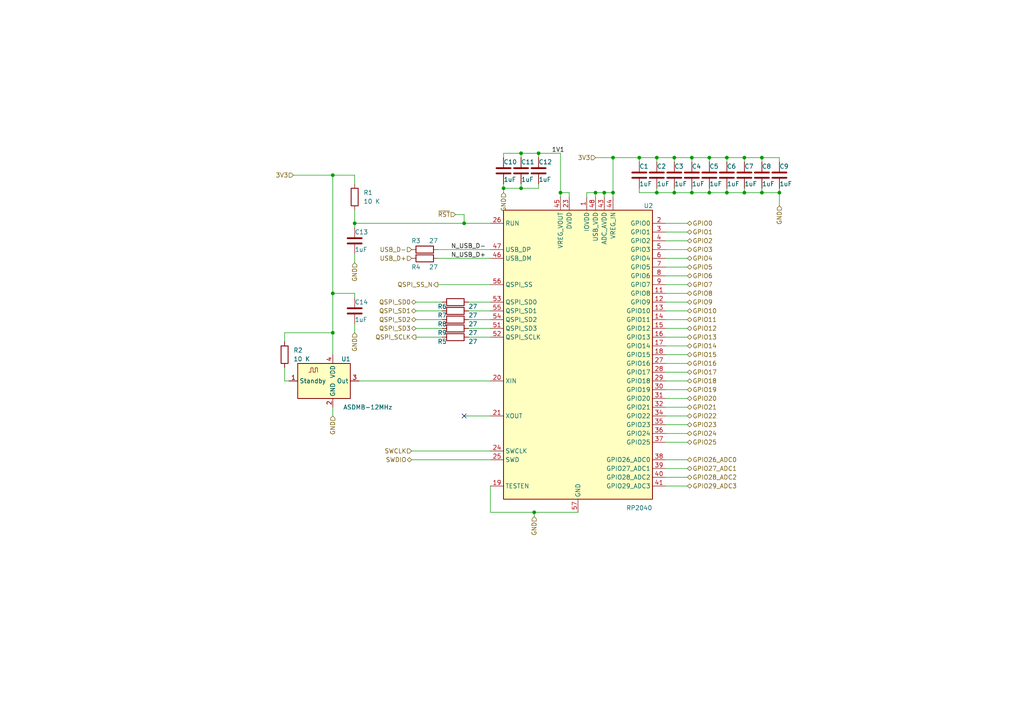
<source format=kicad_sch>
(kicad_sch (version 20230121) (generator eeschema)
  (paper "A4")
  (lib_symbols
    (symbol "Device:C" (pin_numbers hide) (pin_names (offset 0.254))
      (property "Reference" "C" (at 0.635 2.54 0))
      (property "Value" "C" (at 0.635 -2.54 0))
      (symbol "C_0_1"
        (polyline (pts (xy -2.032 -0.762) (xy 2.032 -0.762)) (stroke (width 0.508)))
        (polyline (pts (xy -2.032 0.762) (xy 2.032 0.762)) (stroke (width 0.508)))
      )
      (symbol "C_1_1"
        (pin passive line (at 0 3.81 270) (length 2.794) (name "~") (number "1"))
        (pin passive line (at 0 -3.81 90) (length 2.794) (name "~") (number "2"))
      )
    )
    (symbol "Device:R" (pin_numbers hide) (pin_names (offset 0))
      (property "Reference" "R" (at 2.032 0 90))
      (property "Value" "R" (at 0 0 90))
      (symbol "R_0_1"
        (rectangle (start -1.016 -2.54) (end 1.016 2.54) (stroke (width 0.254)))
      )
      (symbol "R_1_1"
        (pin passive line (at 0 3.81 270) (length 1.27) (name "~") (number "1"))
        (pin passive line (at 0 -3.81 90) (length 1.27) (name "~") (number "2"))
      )
    )
    (symbol "MCU_RaspberryPi:RP2040"
      (property "Reference" "U" (at 17.78 45.72 0))
      (property "Value" "RP2040" (at 17.78 43.18 0))
      (symbol "RP2040_0_1"
        (rectangle (start -21.59 41.91) (end 21.59 -41.91) (stroke (width 0.254)) (fill (type background)))
      )
      (symbol "RP2040_1_1"
        (pin power_in line (at 2.54 45.72 270) (length 3.81) (name "IOVDD") (number "1"))
        (pin passive line (at 2.54 45.72 270) (length 3.81) hide (name "IOVDD") (number "10"))
        (pin bidirectional line (at 25.4 17.78 180) (length 3.81) (name "GPIO8") (number "11"))
        (pin bidirectional line (at 25.4 15.24 180) (length 3.81) (name "GPIO9") (number "12"))
        (pin bidirectional line (at 25.4 12.7 180) (length 3.81) (name "GPIO10") (number "13"))
        (pin bidirectional line (at 25.4 10.16 180) (length 3.81) (name "GPIO11") (number "14"))
        (pin bidirectional line (at 25.4 7.62 180) (length 3.81) (name "GPIO12") (number "15"))
        (pin bidirectional line (at 25.4 5.08 180) (length 3.81) (name "GPIO13") (number "16"))
        (pin bidirectional line (at 25.4 2.54 180) (length 3.81) (name "GPIO14") (number "17"))
        (pin bidirectional line (at 25.4 0 180) (length 3.81) (name "GPIO15") (number "18"))
        (pin input line (at -25.4 -38.1 0) (length 3.81) (name "TESTEN") (number "19"))
        (pin bidirectional line (at 25.4 38.1 180) (length 3.81) (name "GPIO0") (number "2"))
        (pin input line (at -25.4 -7.62 0) (length 3.81) (name "XIN") (number "20"))
        (pin passive line (at -25.4 -17.78 0) (length 3.81) (name "XOUT") (number "21"))
        (pin passive line (at 2.54 45.72 270) (length 3.81) hide (name "IOVDD") (number "22"))
        (pin power_in line (at -2.54 45.72 270) (length 3.81) (name "DVDD") (number "23"))
        (pin input line (at -25.4 -27.94 0) (length 3.81) (name "SWCLK") (number "24"))
        (pin bidirectional line (at -25.4 -30.48 0) (length 3.81) (name "SWD") (number "25"))
        (pin input line (at -25.4 38.1 0) (length 3.81) (name "RUN") (number "26"))
        (pin bidirectional line (at 25.4 -2.54 180) (length 3.81) (name "GPIO16") (number "27"))
        (pin bidirectional line (at 25.4 -5.08 180) (length 3.81) (name "GPIO17") (number "28"))
        (pin bidirectional line (at 25.4 -7.62 180) (length 3.81) (name "GPIO18") (number "29"))
        (pin bidirectional line (at 25.4 35.56 180) (length 3.81) (name "GPIO1") (number "3"))
        (pin bidirectional line (at 25.4 -10.16 180) (length 3.81) (name "GPIO19") (number "30"))
        (pin bidirectional line (at 25.4 -12.7 180) (length 3.81) (name "GPIO20") (number "31"))
        (pin bidirectional line (at 25.4 -15.24 180) (length 3.81) (name "GPIO21") (number "32"))
        (pin passive line (at 2.54 45.72 270) (length 3.81) hide (name "IOVDD") (number "33"))
        (pin bidirectional line (at 25.4 -17.78 180) (length 3.81) (name "GPIO22") (number "34"))
        (pin bidirectional line (at 25.4 -20.32 180) (length 3.81) (name "GPIO23") (number "35"))
        (pin bidirectional line (at 25.4 -22.86 180) (length 3.81) (name "GPIO24") (number "36"))
        (pin bidirectional line (at 25.4 -25.4 180) (length 3.81) (name "GPIO25") (number "37"))
        (pin bidirectional line (at 25.4 -30.48 180) (length 3.81) (name "GPIO26_ADC0") (number "38"))
        (pin bidirectional line (at 25.4 -33.02 180) (length 3.81) (name "GPIO27_ADC1") (number "39"))
        (pin bidirectional line (at 25.4 33.02 180) (length 3.81) (name "GPIO2") (number "4"))
        (pin bidirectional line (at 25.4 -35.56 180) (length 3.81) (name "GPIO28_ADC2") (number "40"))
        (pin bidirectional line (at 25.4 -38.1 180) (length 3.81) (name "GPIO29_ADC3") (number "41"))
        (pin passive line (at 2.54 45.72 270) (length 3.81) hide (name "IOVDD") (number "42"))
        (pin power_in line (at 7.62 45.72 270) (length 3.81) (name "ADC_AVDD") (number "43"))
        (pin power_in line (at 10.16 45.72 270) (length 3.81) (name "VREG_IN") (number "44"))
        (pin power_out line (at -5.08 45.72 270) (length 3.81) (name "VREG_VOUT") (number "45"))
        (pin bidirectional line (at -25.4 27.94 0) (length 3.81) (name "USB_DM") (number "46"))
        (pin bidirectional line (at -25.4 30.48 0) (length 3.81) (name "USB_DP") (number "47"))
        (pin power_in line (at 5.08 45.72 270) (length 3.81) (name "USB_VDD") (number "48"))
        (pin passive line (at 2.54 45.72 270) (length 3.81) hide (name "IOVDD") (number "49"))
        (pin bidirectional line (at 25.4 30.48 180) (length 3.81) (name "GPIO3") (number "5"))
        (pin passive line (at -2.54 45.72 270) (length 3.81) hide (name "DVDD") (number "50"))
        (pin bidirectional line (at -25.4 7.62 0) (length 3.81) (name "QSPI_SD3") (number "51"))
        (pin output line (at -25.4 5.08 0) (length 3.81) (name "QSPI_SCLK") (number "52"))
        (pin bidirectional line (at -25.4 15.24 0) (length 3.81) (name "QSPI_SD0") (number "53"))
        (pin bidirectional line (at -25.4 10.16 0) (length 3.81) (name "QSPI_SD2") (number "54"))
        (pin bidirectional line (at -25.4 12.7 0) (length 3.81) (name "QSPI_SD1") (number "55"))
        (pin bidirectional line (at -25.4 20.32 0) (length 3.81) (name "QSPI_SS") (number "56"))
        (pin power_in line (at 0 -45.72 90) (length 3.81) (name "GND") (number "57"))
        (pin bidirectional line (at 25.4 27.94 180) (length 3.81) (name "GPIO4") (number "6"))
        (pin bidirectional line (at 25.4 25.4 180) (length 3.81) (name "GPIO5") (number "7"))
        (pin bidirectional line (at 25.4 22.86 180) (length 3.81) (name "GPIO6") (number "8"))
        (pin bidirectional line (at 25.4 20.32 180) (length 3.81) (name "GPIO7") (number "9"))
      )
    )
    (symbol "Oscillator:ASDMB-xxxMHz"
      (property "Reference" "U" (at -6.35 6.35 0))
      (property "Value" "ASDMB-xxxMHz" (at 11.43 6.35 0))
      (symbol "ASDMB-xxxMHz_1_1"
        (rectangle (start -7.62 5.08) (end 7.62 -5.08) (stroke (width 0.254)) (fill (type background)))
        (polyline (pts (xy -4.445 2.54) (xy -3.81 2.54) (xy -3.81 3.81) (xy -3.175 3.81) (xy -3.175 2.54) (xy -2.54 2.54) (xy -2.54 3.81) (xy -1.905 3.81) (xy -1.905 2.54)))
        (pin input line (at -10.16 0 0) (length 2.54) (name "Standby") (number "1"))
        (pin power_in line (at 2.54 -7.62 90) (length 2.54) (name "GND") (number "2"))
        (pin output line (at 10.16 0 180) (length 2.54) (name "Out") (number "3"))
        (pin power_in line (at 2.54 7.62 270) (length 2.54) (name "VDD") (number "4"))
      )
    )
  )
  (junction (at 215.9 45.72))
  (junction (at 195.58 55.88))
  (junction (at 162.56 55.88))
  (junction (at 210.82 45.72))
  (junction (at 205.74 45.72))
  (junction (at 156.21 44.45))
  (junction (at 185.42 45.72))
  (junction (at 151.13 54.61))
  (junction (at 210.82 55.88))
  (junction (at 172.72 55.88))
  (junction (at 205.74 55.88))
  (junction (at 154.94 148.59))
  (junction (at 195.58 45.72))
  (junction (at 200.66 45.72))
  (junction (at 177.8 55.88))
  (junction (at 151.13 44.45))
  (junction (at 226.06 55.88))
  (junction (at 96.52 50.8))
  (junction (at 175.26 55.88))
  (junction (at 220.98 55.88))
  (junction (at 96.52 96.52))
  (junction (at 134.62 64.77))
  (junction (at 215.9 55.88))
  (junction (at 190.5 55.88))
  (junction (at 220.98 45.72))
  (junction (at 200.66 55.88))
  (junction (at 102.87 64.77))
  (junction (at 96.52 85.09))
  (junction (at 146.05 54.61))
  (junction (at 177.8 45.72))
  (junction (at 190.5 45.72))
  (no_connect (at 134.62 120.65))
  (wire (pts (xy 175.26 55.88) (xy 172.72 55.88)))
  (wire (pts (xy 119.38 133.35) (xy 142.24 133.35)))
  (wire (pts (xy 146.05 54.61) (xy 151.13 54.61)))
  (wire (pts (xy 162.56 55.88) (xy 162.56 44.45)))
  (wire (pts (xy 190.5 45.72) (xy 190.5 46.99)))
  (wire (pts (xy 120.65 95.25) (xy 128.27 95.25)))
  (wire (pts (xy 193.04 123.19) (xy 199.39 123.19)))
  (wire (pts (xy 135.89 97.79) (xy 142.24 97.79)))
  (wire (pts (xy 96.52 118.11) (xy 96.52 120.65)))
  (wire (pts (xy 185.42 55.88) (xy 185.42 54.61)))
  (wire (pts (xy 151.13 54.61) (xy 151.13 53.34)))
  (wire (pts (xy 205.74 55.88) (xy 210.82 55.88)))
  (wire (pts (xy 193.04 113.03) (xy 199.39 113.03)))
  (wire (pts (xy 154.94 148.59) (xy 154.94 149.86)))
  (wire (pts (xy 193.04 82.55) (xy 199.39 82.55)))
  (wire (pts (xy 193.04 77.47) (xy 199.39 77.47)))
  (wire (pts (xy 205.74 55.88) (xy 205.74 54.61)))
  (wire (pts (xy 185.42 45.72) (xy 190.5 45.72)))
  (wire (pts (xy 210.82 55.88) (xy 210.82 54.61)))
  (wire (pts (xy 193.04 125.73) (xy 199.39 125.73)))
  (wire (pts (xy 190.5 55.88) (xy 190.5 54.61)))
  (wire (pts (xy 193.04 118.11) (xy 199.39 118.11)))
  (wire (pts (xy 120.65 97.79) (xy 128.27 97.79)))
  (wire (pts (xy 120.65 90.17) (xy 128.27 90.17)))
  (wire (pts (xy 215.9 55.88) (xy 220.98 55.88)))
  (wire (pts (xy 172.72 45.72) (xy 177.8 45.72)))
  (wire (pts (xy 102.87 73.66) (xy 102.87 76.2)))
  (wire (pts (xy 193.04 80.01) (xy 199.39 80.01)))
  (wire (pts (xy 200.66 55.88) (xy 200.66 54.61)))
  (wire (pts (xy 82.55 110.49) (xy 83.82 110.49)))
  (wire (pts (xy 193.04 92.71) (xy 199.39 92.71)))
  (wire (pts (xy 132.08 62.23) (xy 134.62 62.23)))
  (wire (pts (xy 215.9 45.72) (xy 215.9 46.99)))
  (wire (pts (xy 142.24 148.59) (xy 142.24 140.97)))
  (wire (pts (xy 200.66 45.72) (xy 200.66 46.99)))
  (wire (pts (xy 193.04 120.65) (xy 199.39 120.65)))
  (wire (pts (xy 127 74.93) (xy 142.24 74.93)))
  (wire (pts (xy 193.04 72.39) (xy 199.39 72.39)))
  (wire (pts (xy 193.04 100.33) (xy 199.39 100.33)))
  (wire (pts (xy 135.89 87.63) (xy 142.24 87.63)))
  (wire (pts (xy 102.87 50.8) (xy 102.87 53.34)))
  (wire (pts (xy 82.55 96.52) (xy 96.52 96.52)))
  (wire (pts (xy 134.62 62.23) (xy 134.62 64.77)))
  (wire (pts (xy 193.04 110.49) (xy 199.39 110.49)))
  (wire (pts (xy 127 82.55) (xy 142.24 82.55)))
  (wire (pts (xy 175.26 55.88) (xy 177.8 55.88)))
  (wire (pts (xy 205.74 45.72) (xy 205.74 46.99)))
  (wire (pts (xy 215.9 45.72) (xy 220.98 45.72)))
  (wire (pts (xy 82.55 99.06) (xy 82.55 96.52)))
  (wire (pts (xy 146.05 54.61) (xy 146.05 53.34)))
  (wire (pts (xy 220.98 45.72) (xy 220.98 46.99)))
  (wire (pts (xy 102.87 64.77) (xy 102.87 66.04)))
  (wire (pts (xy 193.04 140.97) (xy 199.39 140.97)))
  (wire (pts (xy 96.52 50.8) (xy 96.52 85.09)))
  (wire (pts (xy 220.98 45.72) (xy 226.06 45.72)))
  (wire (pts (xy 151.13 44.45) (xy 151.13 45.72)))
  (wire (pts (xy 135.89 95.25) (xy 142.24 95.25)))
  (wire (pts (xy 146.05 54.61) (xy 146.05 55.88)))
  (wire (pts (xy 177.8 57.15) (xy 177.8 55.88)))
  (wire (pts (xy 96.52 50.8) (xy 102.87 50.8)))
  (wire (pts (xy 172.72 55.88) (xy 170.18 55.88)))
  (wire (pts (xy 193.04 128.27) (xy 199.39 128.27)))
  (wire (pts (xy 119.38 130.81) (xy 142.24 130.81)))
  (wire (pts (xy 195.58 55.88) (xy 195.58 54.61)))
  (wire (pts (xy 185.42 55.88) (xy 190.5 55.88)))
  (wire (pts (xy 82.55 106.68) (xy 82.55 110.49)))
  (wire (pts (xy 96.52 85.09) (xy 102.87 85.09)))
  (wire (pts (xy 193.04 64.77) (xy 199.39 64.77)))
  (wire (pts (xy 226.06 55.88) (xy 226.06 59.69)))
  (wire (pts (xy 170.18 55.88) (xy 170.18 57.15)))
  (wire (pts (xy 172.72 55.88) (xy 172.72 57.15)))
  (wire (pts (xy 151.13 44.45) (xy 156.21 44.45)))
  (wire (pts (xy 193.04 105.41) (xy 199.39 105.41)))
  (wire (pts (xy 193.04 107.95) (xy 199.39 107.95)))
  (wire (pts (xy 193.04 87.63) (xy 199.39 87.63)))
  (wire (pts (xy 175.26 55.88) (xy 175.26 57.15)))
  (wire (pts (xy 193.04 135.89) (xy 199.39 135.89)))
  (wire (pts (xy 156.21 54.61) (xy 156.21 53.34)))
  (wire (pts (xy 215.9 55.88) (xy 215.9 54.61)))
  (wire (pts (xy 162.56 55.88) (xy 162.56 57.15)))
  (wire (pts (xy 210.82 45.72) (xy 210.82 46.99)))
  (wire (pts (xy 226.06 45.72) (xy 226.06 46.99)))
  (wire (pts (xy 154.94 148.59) (xy 167.64 148.59)))
  (wire (pts (xy 146.05 44.45) (xy 146.05 45.72)))
  (wire (pts (xy 220.98 55.88) (xy 226.06 55.88)))
  (wire (pts (xy 193.04 97.79) (xy 199.39 97.79)))
  (wire (pts (xy 104.14 110.49) (xy 142.24 110.49)))
  (wire (pts (xy 177.8 45.72) (xy 177.8 55.88)))
  (wire (pts (xy 96.52 96.52) (xy 96.52 102.87)))
  (wire (pts (xy 210.82 55.88) (xy 215.9 55.88)))
  (wire (pts (xy 193.04 69.85) (xy 199.39 69.85)))
  (wire (pts (xy 135.89 90.17) (xy 142.24 90.17)))
  (wire (pts (xy 190.5 45.72) (xy 195.58 45.72)))
  (wire (pts (xy 134.62 120.65) (xy 142.24 120.65)))
  (wire (pts (xy 193.04 115.57) (xy 199.39 115.57)))
  (wire (pts (xy 134.62 64.77) (xy 142.24 64.77)))
  (wire (pts (xy 127 72.39) (xy 142.24 72.39)))
  (wire (pts (xy 85.09 50.8) (xy 96.52 50.8)))
  (wire (pts (xy 120.65 87.63) (xy 128.27 87.63)))
  (wire (pts (xy 195.58 45.72) (xy 195.58 46.99)))
  (wire (pts (xy 190.5 55.88) (xy 195.58 55.88)))
  (wire (pts (xy 146.05 44.45) (xy 151.13 44.45)))
  (wire (pts (xy 177.8 45.72) (xy 185.42 45.72)))
  (wire (pts (xy 135.89 92.71) (xy 142.24 92.71)))
  (wire (pts (xy 193.04 102.87) (xy 199.39 102.87)))
  (wire (pts (xy 185.42 45.72) (xy 185.42 46.99)))
  (wire (pts (xy 102.87 93.98) (xy 102.87 96.52)))
  (wire (pts (xy 156.21 44.45) (xy 156.21 45.72)))
  (wire (pts (xy 156.21 44.45) (xy 162.56 44.45)))
  (wire (pts (xy 96.52 85.09) (xy 96.52 96.52)))
  (wire (pts (xy 193.04 67.31) (xy 199.39 67.31)))
  (wire (pts (xy 193.04 133.35) (xy 199.39 133.35)))
  (wire (pts (xy 162.56 55.88) (xy 165.1 55.88)))
  (wire (pts (xy 200.66 45.72) (xy 205.74 45.72)))
  (wire (pts (xy 165.1 55.88) (xy 165.1 57.15)))
  (wire (pts (xy 195.58 55.88) (xy 200.66 55.88)))
  (wire (pts (xy 120.65 92.71) (xy 128.27 92.71)))
  (wire (pts (xy 193.04 138.43) (xy 199.39 138.43)))
  (wire (pts (xy 193.04 95.25) (xy 199.39 95.25)))
  (wire (pts (xy 210.82 45.72) (xy 215.9 45.72)))
  (wire (pts (xy 195.58 45.72) (xy 200.66 45.72)))
  (wire (pts (xy 193.04 85.09) (xy 199.39 85.09)))
  (wire (pts (xy 200.66 55.88) (xy 205.74 55.88)))
  (wire (pts (xy 205.74 45.72) (xy 210.82 45.72)))
  (wire (pts (xy 226.06 55.88) (xy 226.06 54.61)))
  (wire (pts (xy 220.98 55.88) (xy 220.98 54.61)))
  (wire (pts (xy 142.24 148.59) (xy 154.94 148.59)))
  (wire (pts (xy 193.04 74.93) (xy 199.39 74.93)))
  (wire (pts (xy 102.87 64.77) (xy 134.62 64.77)))
  (wire (pts (xy 102.87 85.09) (xy 102.87 86.36)))
  (wire (pts (xy 151.13 54.61) (xy 156.21 54.61)))
  (wire (pts (xy 193.04 90.17) (xy 199.39 90.17)))
  (wire (pts (xy 102.87 60.96) (xy 102.87 64.77)))
  (label "1V1" (at 160.02 44.45 0))
  (label "N_USB_D+" (at 130.81 74.93 0))
  (label "N_USB_D-" (at 130.81 72.39 0))
  (hierarchical_label "USB_D-" (shape input) (at 119.38 72.39 180))
  (hierarchical_label "GPIO9" (shape tri_state) (at 199.39 87.63 0))
  (hierarchical_label "GPIO14" (shape bidirectional) (at 199.39 100.33 0))
  (hierarchical_label "GPIO8" (shape tri_state) (at 199.39 85.09 0))
  (hierarchical_label "USB_D+" (shape input) (at 119.38 74.93 180))
  (hierarchical_label "QSPI_SD2" (shape bidirectional) (at 120.65 92.71 180))
  (hierarchical_label "GPIO5" (shape tri_state) (at 199.39 77.47 0))
  (hierarchical_label "GPIO29_ADC3" (shape bidirectional) (at 199.39 140.97 0))
  (hierarchical_label "GPIO21" (shape bidirectional) (at 199.39 118.11 0))
  (hierarchical_label "GPIO23" (shape bidirectional) (at 199.39 123.19 0))
  (hierarchical_label "GPIO4" (shape tri_state) (at 199.39 74.93 0))
  (hierarchical_label "GPIO22" (shape bidirectional) (at 199.39 120.65 0))
  (hierarchical_label "GPIO16" (shape bidirectional) (at 199.39 105.41 0))
  (hierarchical_label "GPIO10" (shape bidirectional) (at 199.39 90.17 0))
  (hierarchical_label "GPIO7" (shape tri_state) (at 199.39 82.55 0))
  (hierarchical_label "3V3" (shape input) (at 85.09 50.8 180))
  (hierarchical_label "GPIO26_ADC0" (shape bidirectional) (at 199.39 133.35 0))
  (hierarchical_label "GPIO0" (shape tri_state) (at 199.39 64.77 0))
  (hierarchical_label "3V3" (shape input) (at 172.72 45.72 180))
  (hierarchical_label "GPIO13" (shape bidirectional) (at 199.39 97.79 0))
  (hierarchical_label "GPIO2" (shape tri_state) (at 199.39 69.85 0))
  (hierarchical_label "GND" (shape input) (at 226.06 59.69 270))
  (hierarchical_label "GPIO15" (shape bidirectional) (at 199.39 102.87 0))
  (hierarchical_label "GPIO12" (shape bidirectional) (at 199.39 95.25 0))
  (hierarchical_label "GPIO27_ADC1" (shape bidirectional) (at 199.39 135.89 0))
  (hierarchical_label "GPIO20" (shape bidirectional) (at 199.39 115.57 0))
  (hierarchical_label "~{RST}" (shape input) (at 132.08 62.23 180))
  (hierarchical_label "QSPI_SD3" (shape bidirectional) (at 120.65 95.25 180))
  (hierarchical_label "GPIO3" (shape tri_state) (at 199.39 72.39 0))
  (hierarchical_label "GPIO28_ADC2" (shape bidirectional) (at 199.39 138.43 0))
  (hierarchical_label "SWCLK" (shape input) (at 119.38 130.81 180))
  (hierarchical_label "GPIO11" (shape bidirectional) (at 199.39 92.71 0))
  (hierarchical_label "GND" (shape input) (at 154.94 149.86 270))
  (hierarchical_label "GND" (shape input) (at 102.87 76.2 270))
  (hierarchical_label "GPIO18" (shape bidirectional) (at 199.39 110.49 0))
  (hierarchical_label "QSPI_SS_N" (shape output) (at 127 82.55 180))
  (hierarchical_label "GND" (shape input) (at 146.05 55.88 270))
  (hierarchical_label "GND" (shape input) (at 96.52 120.65 270))
  (hierarchical_label "SWDIO" (shape bidirectional) (at 119.38 133.35 180))
  (hierarchical_label "GND" (shape input) (at 102.87 96.52 270))
  (hierarchical_label "QSPI_SCLK" (shape output) (at 120.65 97.79 180))
  (hierarchical_label "GPIO6" (shape tri_state) (at 199.39 80.01 0))
  (hierarchical_label "GPIO24" (shape bidirectional) (at 199.39 125.73 0))
  (hierarchical_label "GPIO19" (shape bidirectional) (at 199.39 113.03 0))
  (hierarchical_label "QSPI_SD0" (shape bidirectional) (at 120.65 87.63 180))
  (hierarchical_label "QSPI_SD1" (shape bidirectional) (at 120.65 90.17 180))
  (hierarchical_label "GPIO1" (shape tri_state) (at 199.39 67.31 0))
  (hierarchical_label "GPIO25" (shape bidirectional) (at 199.39 128.27 0))
  (hierarchical_label "GPIO17" (shape bidirectional) (at 199.39 107.95 0))
  (symbol (lib_id "Device:C") (at 215.9 50.8 0) (unit 1)
    (property "Reference" "C7" (at 215.9 48.26 0) (effects (justify left)))
    (property "Value" "1uF" (at 215.9 53.34 0) (effects (justify left)))
    (property "Footprint" "Capacitor_THT:CP_Radial_D5.0mm_P2.00mm" (effects hide))
    (instances (project "RealP2040" (path "" (reference "C7") (unit 1))) (project "ROSE-PILK_v1" (path "" (reference "C17") (unit 1)) (path "" (reference "C31") (unit 1))) (project "RP2040" (path "" (reference "C7") (unit 1))))
  )
  (symbol (lib_id "Device:C") (at 190.5 50.8 0) (unit 1)
    (property "Reference" "C2" (at 190.5 48.26 0) (effects (justify left)))
    (property "Value" "1uF" (at 190.5 53.34 0) (effects (justify left)))
    (property "Footprint" "Capacitor_THT:CP_Radial_D5.0mm_P2.00mm" (effects hide))
    (instances (project "RealP2040" (path "" (reference "C2") (unit 1))) (project "ROSE-PILK_v1" (path "" (reference "C12") (unit 1)) (path "" (reference "C26") (unit 1))) (project "RP2040" (path "" (reference "C2") (unit 1))))
  )
  (symbol (lib_id "Device:R") (at 123.19 72.39 90) (unit 1)
    (property "Reference" "R3" (at 120.65 69.85 90))
    (property "Value" "27" (at 125.73 69.85 90))
    (property "Footprint" "Resistor_THT:R_Axial_DIN0207_L6.3mm_D2.5mm_P10.16mm_Horizontal" (effects hide))
    (instances (project "RealP2040" (path "" (reference "R3") (unit 1))) (project "ROSE-PILK_v1" (path "" (reference "R6") (unit 1)) (path "" (reference "R36") (unit 1))) (project "RP2040" (path "" (reference "R3") (unit 1))))
  )
  (symbol (lib_id "MCU_RaspberryPi:RP2040") (at 167.64 102.87 0) (unit 1)
    (property "Reference" "U2" (at 186.69 59.69 0) (effects (justify left)))
    (property "Value" "RP2040" (at 181.61 147.32 0) (effects (justify left)))
    (property "Footprint" "Package_DFN_QFN:QFN-56-1EP_7x7mm_P0.4mm_EP3.2x3.2mm" (effects hide))
    (property "Datasheet" "https://datasheets.raspberrypi.com/rp2040/rp2040-datasheet.pdf" (effects hide))
    (instances (project "RealP2040" (path "" (reference "U2") (unit 1))) (project "ROSE-PILK_v1" (path "" (reference "U3") (unit 1)) (path "" (reference "U9") (unit 1))) (project "RP2040" (path "" (reference "U2") (unit 1))))
  )
  (symbol (lib_id "Device:R") (at 102.87 57.15 0) (unit 1)
    (property "Reference" "R1" (at 105.41 55.88 0) (effects (justify left)))
    (property "Value" "10 K" (at 105.41 58.42 0) (effects (justify left)))
    (property "Footprint" "Resistor_THT:R_Axial_DIN0207_L6.3mm_D2.5mm_P10.16mm_Horizontal" (effects hide))
    (instances (project "RealP2040" (path "" (reference "R1") (unit 1))) (project "ROSE-PILK_v1" (path "" (reference "R5") (unit 1)) (path "" (reference "R35") (unit 1))) (project "RP2040" (path "" (reference "R1") (unit 1))))
  )
  (symbol (lib_id "Device:C") (at 200.66 50.8 0) (unit 1)
    (property "Reference" "C4" (at 200.66 48.26 0) (effects (justify left)))
    (property "Value" "1uF" (at 200.66 53.34 0) (effects (justify left)))
    (property "Footprint" "Capacitor_THT:CP_Radial_D5.0mm_P2.00mm" (effects hide))
    (instances (project "RealP2040" (path "" (reference "C4") (unit 1))) (project "ROSE-PILK_v1" (path "" (reference "C14") (unit 1)) (path "" (reference "C28") (unit 1))) (project "RP2040" (path "" (reference "C4") (unit 1))))
  )
  (symbol (lib_id "Device:C") (at 205.74 50.8 0) (unit 1)
    (property "Reference" "C5" (at 205.74 48.26 0) (effects (justify left)))
    (property "Value" "1uF" (at 205.74 53.34 0) (effects (justify left)))
    (property "Footprint" "Capacitor_THT:CP_Radial_D5.0mm_P2.00mm" (effects hide))
    (instances (project "RealP2040" (path "" (reference "C5") (unit 1))) (project "ROSE-PILK_v1" (path "" (reference "C15") (unit 1)) (path "" (reference "C29") (unit 1))) (project "RP2040" (path "" (reference "C5") (unit 1))))
  )
  (symbol (lib_id "Device:C") (at 102.87 90.17 0) (unit 1)
    (property "Reference" "C14" (at 102.87 87.63 0) (effects (justify left)))
    (property "Value" "1uF" (at 102.87 92.71 0) (effects (justify left)))
    (property "Footprint" "Capacitor_THT:CP_Radial_D5.0mm_P2.00mm" (effects hide))
    (instances (project "RealP2040" (path "" (reference "C14") (unit 1))) (project "ROSE-PILK_v1" (path "" (reference "C7") (unit 1)) (path "" (reference "C21") (unit 1))) (project "RP2040" (path "" (reference "C14") (unit 1))))
  )
  (symbol (lib_id "Device:R") (at 132.08 90.17 90) (unit 1)
    (property "Reference" "R7" (at 128.27 91.44 90))
    (property "Value" "27" (at 137.16 91.44 90))
    (property "Footprint" "Resistor_THT:R_Axial_DIN0207_L6.3mm_D2.5mm_P10.16mm_Horizontal" (effects hide))
    (instances (project "RealP2040" (path "" (reference "R7") (unit 1))) (project "ROSE-PILK_v1" (path "" (reference "R9") (unit 1)) (path "" (reference "R40") (unit 1))) (project "RP2040" (path "" (reference "R7") (unit 1))))
  )
  (symbol (lib_id "Device:C") (at 151.13 49.53 0) (unit 1)
    (property "Reference" "C11" (at 151.13 46.99 0) (effects (justify left)))
    (property "Value" "1uF" (at 151.13 52.07 0) (effects (justify left)))
    (property "Footprint" "Capacitor_THT:CP_Radial_D5.0mm_P2.00mm" (effects hide))
    (instances (project "RealP2040" (path "" (reference "C11") (unit 1))) (project "ROSE-PILK_v1" (path "" (reference "C9") (unit 1)) (path "" (reference "C23") (unit 1))) (project "RP2040" (path "" (reference "C11") (unit 1))))
  )
  (symbol (lib_id "Oscillator:ASDMB-xxxMHz") (at 93.98 110.49 0) (unit 1)
    (property "Reference" "U1" (at 100.33 104.14 0))
    (property "Value" "ASDMB-12MHz" (at 106.68 118.11 0))
    (property "Footprint" "Oscillator:Oscillator_SMD_Abracon_ASDMB-4Pin_2.5x2.0mm" (effects hide))
    (property "Datasheet" "https://abracon.com/Oscillators/ASDMB.pdf" (effects hide))
    (instances (project "RealP2040" (path "" (reference "U1") (unit 1))) (project "ROSE-PILK_v1" (path "" (reference "U2") (unit 1)) (path "" (reference "U8") (unit 1))) (project "RP2040" (path "" (reference "U1") (unit 1))))
  )
  (symbol (lib_id "Device:R") (at 82.55 102.87 0) (unit 1)
    (property "Reference" "R2" (at 85.09 101.6 0) (effects (justify left)))
    (property "Value" "10 K" (at 85.09 104.14 0) (effects (justify left)))
    (property "Footprint" "Resistor_THT:R_Axial_DIN0207_L6.3mm_D2.5mm_P10.16mm_Horizontal" (effects hide))
    (instances (project "RealP2040" (path "" (reference "R2") (unit 1))) (project "ROSE-PILK_v1" (path "" (reference "R4") (unit 1)) (path "" (reference "R34") (unit 1))) (project "RP2040" (path "" (reference "R2") (unit 1))))
  )
  (symbol (lib_id "Device:C") (at 195.58 50.8 0) (unit 1)
    (property "Reference" "C3" (at 195.58 48.26 0) (effects (justify left)))
    (property "Value" "1uF" (at 195.58 53.34 0) (effects (justify left)))
    (property "Footprint" "Capacitor_THT:CP_Radial_D5.0mm_P2.00mm" (effects hide))
    (instances (project "RealP2040" (path "" (reference "C3") (unit 1))) (project "ROSE-PILK_v1" (path "" (reference "C13") (unit 1)) (path "" (reference "C27") (unit 1))) (project "RP2040" (path "" (reference "C3") (unit 1))))
  )
  (symbol (lib_id "Device:R") (at 132.08 97.79 90) (unit 1)
    (property "Reference" "R5" (at 128.27 99.06 90))
    (property "Value" "27" (at 137.16 99.06 90))
    (property "Footprint" "Resistor_THT:R_Axial_DIN0207_L6.3mm_D2.5mm_P10.16mm_Horizontal" (effects hide))
    (instances (project "RealP2040" (path "" (reference "R5") (unit 1))) (project "ROSE-PILK_v1" (path "" (reference "R12") (unit 1)) (path "" (reference "R43") (unit 1))) (project "RP2040" (path "" (reference "R5") (unit 1))))
  )
  (symbol (lib_id "Device:R") (at 123.19 74.93 270) (unit 1)
    (property "Reference" "R4" (at 120.65 77.47 90))
    (property "Value" "27" (at 125.73 77.47 90))
    (property "Footprint" "Resistor_THT:R_Axial_DIN0207_L6.3mm_D2.5mm_P10.16mm_Horizontal" (effects hide))
    (instances (project "RealP2040" (path "" (reference "R4") (unit 1))) (project "ROSE-PILK_v1" (path "" (reference "R7") (unit 1)) (path "" (reference "R38") (unit 1))) (project "RP2040" (path "" (reference "R4") (unit 1))))
  )
  (symbol (lib_id "Device:R") (at 132.08 95.25 90) (unit 1)
    (property "Reference" "R9" (at 128.27 96.52 90))
    (property "Value" "27" (at 137.16 96.52 90))
    (property "Footprint" "Resistor_THT:R_Axial_DIN0207_L6.3mm_D2.5mm_P10.16mm_Horizontal" (effects hide))
    (instances (project "RealP2040" (path "" (reference "R9") (unit 1))) (project "ROSE-PILK_v1" (path "" (reference "R11") (unit 1)) (path "" (reference "R42") (unit 1))) (project "RP2040" (path "" (reference "R9") (unit 1))))
  )
  (symbol (lib_id "Device:R") (at 132.08 87.63 90) (unit 1)
    (property "Reference" "R6" (at 128.27 88.9 90))
    (property "Value" "27" (at 137.16 88.9 90))
    (property "Footprint" "Resistor_THT:R_Axial_DIN0207_L6.3mm_D2.5mm_P10.16mm_Horizontal" (effects hide))
    (instances (project "RealP2040" (path "" (reference "R6") (unit 1))) (project "ROSE-PILK_v1" (path "" (reference "R8") (unit 1)) (path "" (reference "R39") (unit 1))) (project "RP2040" (path "" (reference "R6") (unit 1))))
  )
  (symbol (lib_id "Device:R") (at 132.08 92.71 90) (unit 1)
    (property "Reference" "R8" (at 128.27 93.98 90))
    (property "Value" "27" (at 137.16 93.98 90))
    (property "Footprint" "Resistor_THT:R_Axial_DIN0207_L6.3mm_D2.5mm_P10.16mm_Horizontal" (effects hide))
    (instances (project "RealP2040" (path "" (reference "R8") (unit 1))) (project "ROSE-PILK_v1" (path "" (reference "R10") (unit 1)) (path "" (reference "R41") (unit 1))) (project "RP2040" (path "" (reference "R8") (unit 1))))
  )
  (symbol (lib_id "Device:C") (at 102.87 69.85 0) (unit 1)
    (property "Reference" "C13" (at 102.87 67.31 0) (effects (justify left)))
    (property "Value" "1uF" (at 102.87 72.39 0) (effects (justify left)))
    (property "Footprint" "Capacitor_THT:CP_Radial_D5.0mm_P2.00mm" (effects hide))
    (instances (project "RealP2040" (path "" (reference "C13") (unit 1))) (project "ROSE-PILK_v1" (path "" (reference "C6") (unit 1)) (path "" (reference "C20") (unit 1))) (project "RP2040" (path "" (reference "C13") (unit 1))))
  )
  (symbol (lib_id "Device:C") (at 226.06 50.8 0) (unit 1)
    (property "Reference" "C9" (at 226.06 48.26 0) (effects (justify left)))
    (property "Value" "1uF" (at 226.06 53.34 0) (effects (justify left)))
    (property "Footprint" "Capacitor_THT:CP_Radial_D5.0mm_P2.00mm" (effects hide))
    (instances (project "RealP2040" (path "" (reference "C9") (unit 1))) (project "ROSE-PILK_v1" (path "" (reference "C19") (unit 1)) (path "" (reference "C33") (unit 1))) (project "RP2040" (path "" (reference "C9") (unit 1))))
  )
  (symbol (lib_id "Device:C") (at 156.21 49.53 0) (unit 1)
    (property "Reference" "C12" (at 156.21 46.99 0) (effects (justify left)))
    (property "Value" "1uF" (at 156.21 52.07 0) (effects (justify left)))
    (property "Footprint" "Capacitor_THT:CP_Radial_D5.0mm_P2.00mm" (effects hide))
    (instances (project "RealP2040" (path "" (reference "C12") (unit 1))) (project "ROSE-PILK_v1" (path "" (reference "C10") (unit 1)) (path "" (reference "C24") (unit 1))) (project "RP2040" (path "" (reference "C12") (unit 1))))
  )
  (symbol (lib_id "Device:C") (at 210.82 50.8 0) (unit 1)
    (property "Reference" "C6" (at 210.82 48.26 0) (effects (justify left)))
    (property "Value" "1uF" (at 210.82 53.34 0) (effects (justify left)))
    (property "Footprint" "Capacitor_THT:CP_Radial_D5.0mm_P2.00mm" (effects hide))
    (instances (project "RealP2040" (path "" (reference "C6") (unit 1))) (project "ROSE-PILK_v1" (path "" (reference "C16") (unit 1)) (path "" (reference "C30") (unit 1))) (project "RP2040" (path "" (reference "C6") (unit 1))))
  )
  (symbol (lib_id "Device:C") (at 220.98 50.8 0) (unit 1)
    (property "Reference" "C8" (at 220.98 48.26 0) (effects (justify left)))
    (property "Value" "1uF" (at 220.98 53.34 0) (effects (justify left)))
    (property "Footprint" "Capacitor_THT:CP_Radial_D5.0mm_P2.00mm" (effects hide))
    (instances (project "RealP2040" (path "" (reference "C8") (unit 1))) (project "ROSE-PILK_v1" (path "" (reference "C18") (unit 1)) (path "" (reference "C32") (unit 1))) (project "RP2040" (path "" (reference "C8") (unit 1))))
  )
  (symbol (lib_id "Device:C") (at 146.05 49.53 0) (unit 1)
    (property "Reference" "C10" (at 146.05 46.99 0) (effects (justify left)))
    (property "Value" "1uF" (at 146.05 52.07 0) (effects (justify left)))
    (property "Footprint" "Capacitor_THT:CP_Radial_D5.0mm_P2.00mm" (effects hide))
    (instances (project "RealP2040" (path "" (reference "C10") (unit 1))) (project "ROSE-PILK_v1" (path "" (reference "C8") (unit 1)) (path "" (reference "C22") (unit 1))) (project "RP2040" (path "" (reference "C10") (unit 1))))
  )
  (symbol (lib_id "Device:C") (at 185.42 50.8 0) (unit 1)
    (property "Reference" "C1" (at 185.42 48.26 0) (effects (justify left)))
    (property "Value" "1uF" (at 185.42 53.34 0) (effects (justify left)))
    (property "Footprint" "Capacitor_THT:CP_Radial_D5.0mm_P2.00mm" (effects hide))
    (instances (project "RealP2040" (path "" (reference "C1") (unit 1))) (project "ROSE-PILK_v1" (path "" (reference "C11") (unit 1)) (path "" (reference "C25") (unit 1))) (project "RP2040" (path "" (reference "C1") (unit 1))))
  )
)
</source>
